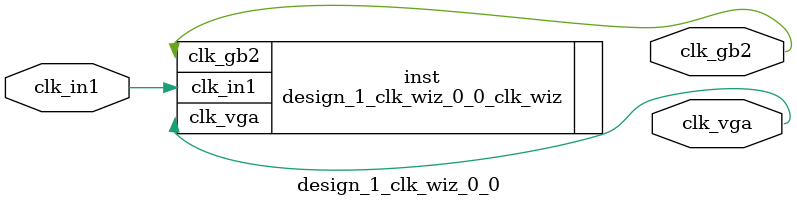
<source format=v>


`timescale 1ps/1ps

(* CORE_GENERATION_INFO = "design_1_clk_wiz_0_0,clk_wiz_v6_0_2_0_0,{component_name=design_1_clk_wiz_0_0,use_phase_alignment=true,use_min_o_jitter=false,use_max_i_jitter=false,use_dyn_phase_shift=false,use_inclk_switchover=false,use_dyn_reconfig=false,enable_axi=0,feedback_source=FDBK_AUTO,PRIMITIVE=MMCM,num_out_clk=2,clkin1_period=10.000,clkin2_period=10.000,use_power_down=false,use_reset=false,use_locked=false,use_inclk_stopped=false,feedback_type=SINGLE,CLOCK_MGR_TYPE=NA,manual_override=false}" *)

module design_1_clk_wiz_0_0 
 (
  // Clock out ports
  output        clk_vga,
  output        clk_gb2,
 // Clock in ports
  input         clk_in1
 );

  design_1_clk_wiz_0_0_clk_wiz inst
  (
  // Clock out ports  
  .clk_vga(clk_vga),
  .clk_gb2(clk_gb2),
 // Clock in ports
  .clk_in1(clk_in1)
  );

endmodule

</source>
